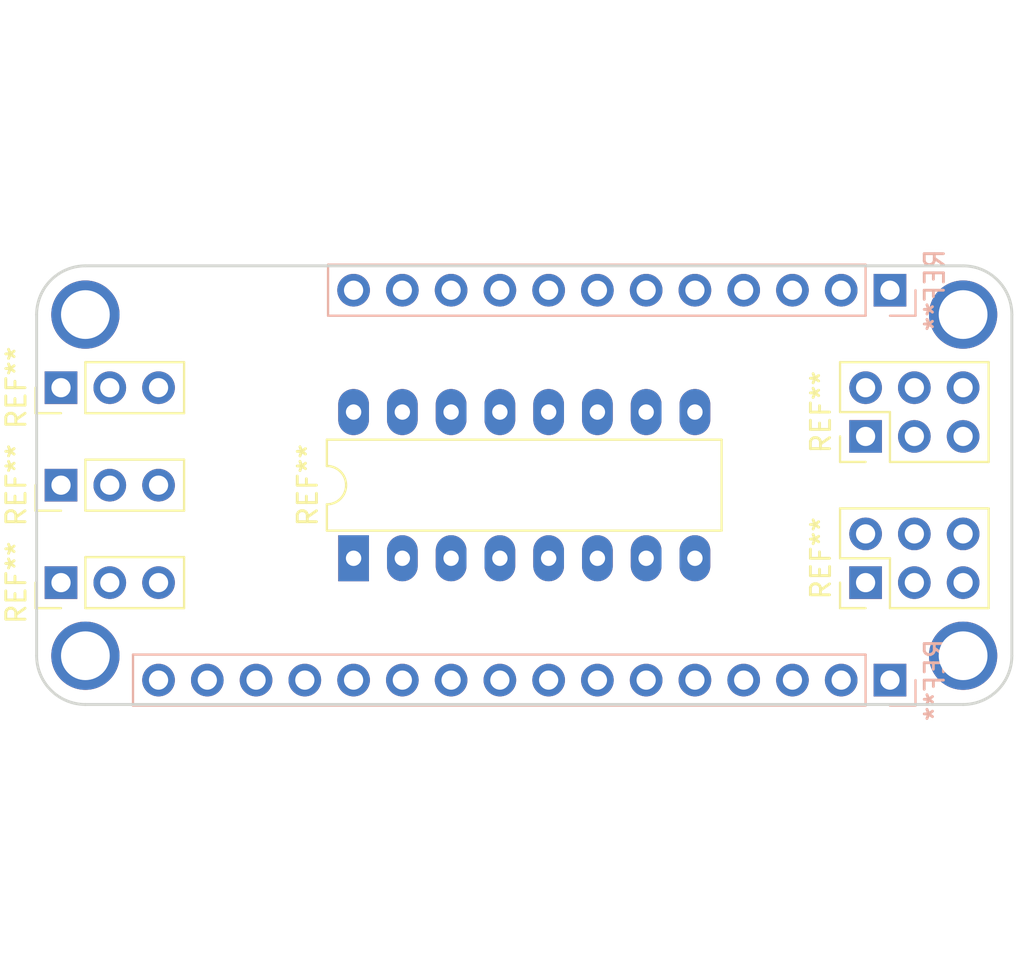
<source format=kicad_pcb>
(kicad_pcb (version 4) (host pcbnew 4.0.6)

  (general
    (links 0)
    (no_connects 0)
    (area 115.494999 78.664999 166.445001 101.675001)
    (thickness 1.6)
    (drawings 8)
    (tracks 0)
    (zones 0)
    (modules 9)
    (nets 1)
  )

  (page A4)
  (layers
    (0 F.Cu power)
    (31 B.Cu power)
    (32 B.Adhes user)
    (33 F.Adhes user)
    (34 B.Paste user)
    (35 F.Paste user)
    (36 B.SilkS user)
    (37 F.SilkS user)
    (38 B.Mask user)
    (39 F.Mask user)
    (40 Dwgs.User user)
    (41 Cmts.User user)
    (42 Eco1.User user)
    (43 Eco2.User user)
    (44 Edge.Cuts user)
    (45 Margin user)
    (46 B.CrtYd user)
    (47 F.CrtYd user)
    (48 B.Fab user)
    (49 F.Fab user)
  )

  (setup
    (last_trace_width 0.25)
    (trace_clearance 0.2)
    (zone_clearance 0.508)
    (zone_45_only no)
    (trace_min 0.2)
    (segment_width 0.2)
    (edge_width 0.15)
    (via_size 0.6)
    (via_drill 0.4)
    (via_min_size 0.4)
    (via_min_drill 0.3)
    (uvia_size 0.3)
    (uvia_drill 0.1)
    (uvias_allowed no)
    (uvia_min_size 0.2)
    (uvia_min_drill 0.1)
    (pcb_text_width 0.3)
    (pcb_text_size 1.5 1.5)
    (mod_edge_width 0.15)
    (mod_text_size 1 1)
    (mod_text_width 0.15)
    (pad_size 1.524 1.524)
    (pad_drill 0.762)
    (pad_to_mask_clearance 0.2)
    (aux_axis_origin 0 0)
    (visible_elements FFFFF75F)
    (pcbplotparams
      (layerselection 0x00030_80000001)
      (usegerberextensions false)
      (excludeedgelayer true)
      (linewidth 0.100000)
      (plotframeref false)
      (viasonmask false)
      (mode 1)
      (useauxorigin false)
      (hpglpennumber 1)
      (hpglpenspeed 20)
      (hpglpendiameter 15)
      (hpglpenoverlay 2)
      (psnegative false)
      (psa4output false)
      (plotreference true)
      (plotvalue true)
      (plotinvisibletext false)
      (padsonsilk false)
      (subtractmaskfromsilk false)
      (outputformat 1)
      (mirror false)
      (drillshape 1)
      (scaleselection 1)
      (outputdirectory ""))
  )

  (net 0 "")

  (net_class Default "This is the default net class."
    (clearance 0.2)
    (trace_width 0.25)
    (via_dia 0.6)
    (via_drill 0.4)
    (uvia_dia 0.3)
    (uvia_drill 0.1)
  )

  (module Adafruit_FeatherWing:PCB_FeatherWing (layer F.Cu) (tedit 58EF14C7) (tstamp 59499441)
    (at 140.97 90.17)
    (fp_text reference PCB** (at 0 1) (layer F.Fab)
      (effects (font (size 0.6 0.6) (thickness 0.1)))
    )
    (fp_text value VAL** (at 0 0 180) (layer F.Fab)
      (effects (font (size 0.6 0.5) (thickness 0.1)))
    )
    (fp_text user %R (at 17.78 8.89 180) (layer Eco1.User)
      (effects (font (size 0.3 0.3) (thickness 0.03)))
    )
    (fp_arc (start -22.86 -8.89) (end -25.4 -8.89) (angle 90) (layer Dwgs.User) (width 0.05))
    (fp_arc (start -22.86 8.89) (end -22.86 11.43) (angle 90) (layer Dwgs.User) (width 0.05))
    (fp_arc (start 22.86 8.89) (end 22.86 11.43) (angle -88.9) (layer Dwgs.User) (width 0.05))
    (fp_arc (start 22.86 -8.89) (end 22.86 -11.43) (angle 90) (layer Dwgs.User) (width 0.05))
    (fp_line (start -25.4 -8.89) (end -25.4 8.89) (layer Dwgs.User) (width 0.05))
    (fp_line (start -22.86 11.43) (end 22.86 11.43) (layer Dwgs.User) (width 0.05))
    (fp_line (start 25.4 8.89) (end 25.4 -8.89) (layer Dwgs.User) (width 0.05))
    (fp_line (start 22.86 -11.43) (end -22.86 -11.43) (layer Dwgs.User) (width 0.05))
    (fp_circle (center 19.05 10.16) (end 19.558 10.16) (layer Cmts.User) (width 0.05))
    (fp_line (start 18.542 10.668) (end 19.558 9.652) (layer Cmts.User) (width 0.05))
    (fp_line (start 18.542 9.652) (end 19.558 10.668) (layer Cmts.User) (width 0.05))
    (fp_text user 1 (at 19.05 10.922) (layer Cmts.User)
      (effects (font (size 0.3 0.25) (thickness 0.03)))
    )
    (fp_line (start 16.002 9.652) (end 17.018 10.668) (layer Cmts.User) (width 0.05))
    (fp_line (start 13.462 9.652) (end 14.478 10.668) (layer Cmts.User) (width 0.05))
    (fp_line (start 10.922 9.652) (end 11.938 10.668) (layer Cmts.User) (width 0.05))
    (fp_line (start 8.382 9.652) (end 9.398 10.668) (layer Cmts.User) (width 0.05))
    (fp_line (start 5.842 9.652) (end 6.858 10.668) (layer Cmts.User) (width 0.05))
    (fp_line (start 3.302 9.652) (end 4.318 10.668) (layer Cmts.User) (width 0.05))
    (fp_line (start 0.762 9.652) (end 1.778 10.668) (layer Cmts.User) (width 0.05))
    (fp_line (start -1.778 9.652) (end -0.762 10.668) (layer Cmts.User) (width 0.05))
    (fp_line (start -4.318 9.652) (end -3.302 10.668) (layer Cmts.User) (width 0.05))
    (fp_line (start -6.858 9.652) (end -5.842 10.668) (layer Cmts.User) (width 0.05))
    (fp_line (start -9.398 9.652) (end -8.382 10.668) (layer Cmts.User) (width 0.05))
    (fp_line (start -11.938 9.652) (end -10.922 10.668) (layer Cmts.User) (width 0.05))
    (fp_line (start -14.478 9.652) (end -13.462 10.668) (layer Cmts.User) (width 0.05))
    (fp_line (start -17.018 9.652) (end -16.002 10.668) (layer Cmts.User) (width 0.05))
    (fp_line (start -19.558 9.652) (end -18.542 10.668) (layer Cmts.User) (width 0.05))
    (fp_line (start 18.542 -10.668) (end 19.558 -9.652) (layer Cmts.User) (width 0.05))
    (fp_line (start 16.002 -10.668) (end 17.018 -9.652) (layer Cmts.User) (width 0.05))
    (fp_line (start 13.462 -10.668) (end 14.478 -9.652) (layer Cmts.User) (width 0.05))
    (fp_line (start 10.922 -10.668) (end 11.938 -9.652) (layer Cmts.User) (width 0.05))
    (fp_line (start 8.382 -10.668) (end 9.398 -9.652) (layer Cmts.User) (width 0.05))
    (fp_line (start 5.842 -10.668) (end 6.858 -9.652) (layer Cmts.User) (width 0.05))
    (fp_line (start 3.302 -10.668) (end 4.318 -9.652) (layer Cmts.User) (width 0.05))
    (fp_line (start 0.762 -10.668) (end 1.778 -9.652) (layer Cmts.User) (width 0.05))
    (fp_line (start -1.778 -10.668) (end -0.762 -9.652) (layer Cmts.User) (width 0.05))
    (fp_line (start -4.318 -10.668) (end -3.302 -9.652) (layer Cmts.User) (width 0.05))
    (fp_line (start -6.858 -10.668) (end -5.842 -9.652) (layer Cmts.User) (width 0.05))
    (fp_line (start -9.398 -10.668) (end -8.382 -9.652) (layer Cmts.User) (width 0.05))
    (fp_line (start 16.002 10.668) (end 17.018 9.652) (layer Cmts.User) (width 0.05))
    (fp_line (start 13.462 10.668) (end 14.478 9.652) (layer Cmts.User) (width 0.05))
    (fp_line (start 10.922 10.668) (end 11.938 9.652) (layer Cmts.User) (width 0.05))
    (fp_line (start 8.382 10.668) (end 9.398 9.652) (layer Cmts.User) (width 0.05))
    (fp_line (start 5.842 10.668) (end 6.858 9.652) (layer Cmts.User) (width 0.05))
    (fp_line (start 3.302 10.668) (end 4.318 9.652) (layer Cmts.User) (width 0.05))
    (fp_line (start 0.762 10.668) (end 1.778 9.652) (layer Cmts.User) (width 0.05))
    (fp_line (start -1.778 10.668) (end -0.762 9.652) (layer Cmts.User) (width 0.05))
    (fp_line (start -4.318 10.668) (end -3.302 9.652) (layer Cmts.User) (width 0.05))
    (fp_line (start -6.858 10.668) (end -5.842 9.652) (layer Cmts.User) (width 0.05))
    (fp_line (start -9.398 10.668) (end -8.382 9.652) (layer Cmts.User) (width 0.05))
    (fp_line (start -11.938 10.668) (end -10.922 9.652) (layer Cmts.User) (width 0.05))
    (fp_line (start -14.478 10.668) (end -13.462 9.652) (layer Cmts.User) (width 0.05))
    (fp_line (start -17.018 10.668) (end -16.002 9.652) (layer Cmts.User) (width 0.05))
    (fp_line (start -19.558 10.668) (end -18.542 9.652) (layer Cmts.User) (width 0.05))
    (fp_line (start 18.542 -9.652) (end 19.558 -10.668) (layer Cmts.User) (width 0.05))
    (fp_line (start 16.002 -9.652) (end 17.018 -10.668) (layer Cmts.User) (width 0.05))
    (fp_line (start 13.462 -9.652) (end 14.478 -10.668) (layer Cmts.User) (width 0.05))
    (fp_line (start 10.922 -9.652) (end 11.938 -10.668) (layer Cmts.User) (width 0.05))
    (fp_line (start 8.382 -9.652) (end 9.398 -10.668) (layer Cmts.User) (width 0.05))
    (fp_line (start 5.842 -9.652) (end 6.858 -10.668) (layer Cmts.User) (width 0.05))
    (fp_line (start 3.302 -9.652) (end 4.318 -10.668) (layer Cmts.User) (width 0.05))
    (fp_line (start 0.762 -9.652) (end 1.778 -10.668) (layer Cmts.User) (width 0.05))
    (fp_line (start -1.778 -9.652) (end -0.762 -10.668) (layer Cmts.User) (width 0.05))
    (fp_line (start -4.318 -9.652) (end -3.302 -10.668) (layer Cmts.User) (width 0.05))
    (fp_line (start -6.858 -9.652) (end -5.842 -10.668) (layer Cmts.User) (width 0.05))
    (fp_line (start -9.398 -9.652) (end -8.382 -10.668) (layer Cmts.User) (width 0.05))
    (fp_circle (center 16.51 10.16) (end 17.018 10.16) (layer Cmts.User) (width 0.05))
    (fp_circle (center 13.97 10.16) (end 14.478 10.16) (layer Cmts.User) (width 0.05))
    (fp_circle (center 11.43 10.16) (end 11.938 10.16) (layer Cmts.User) (width 0.05))
    (fp_circle (center 8.89 10.16) (end 9.398 10.16) (layer Cmts.User) (width 0.05))
    (fp_circle (center 6.35 10.16) (end 6.858 10.16) (layer Cmts.User) (width 0.05))
    (fp_circle (center 3.81 10.16) (end 4.318 10.16) (layer Cmts.User) (width 0.05))
    (fp_circle (center 1.27 10.16) (end 1.778 10.16) (layer Cmts.User) (width 0.05))
    (fp_circle (center -1.27 10.16) (end -0.762 10.16) (layer Cmts.User) (width 0.05))
    (fp_circle (center -3.81 10.16) (end -3.302 10.16) (layer Cmts.User) (width 0.05))
    (fp_circle (center -6.35 10.16) (end -5.842 10.16) (layer Cmts.User) (width 0.05))
    (fp_circle (center -8.89 10.16) (end -8.382 10.16) (layer Cmts.User) (width 0.05))
    (fp_circle (center -11.43 10.16) (end -10.922 10.16) (layer Cmts.User) (width 0.05))
    (fp_circle (center -13.97 10.16) (end -13.462 10.16) (layer Cmts.User) (width 0.05))
    (fp_circle (center -16.51 10.16) (end -16.002 10.16) (layer Cmts.User) (width 0.05))
    (fp_circle (center -19.05 10.16) (end -18.542 10.16) (layer Cmts.User) (width 0.05))
    (fp_circle (center 19.05 -10.16) (end 19.558 -10.16) (layer Cmts.User) (width 0.05))
    (fp_circle (center 16.51 -10.16) (end 17.018 -10.16) (layer Cmts.User) (width 0.05))
    (fp_circle (center 13.97 -10.16) (end 14.478 -10.16) (layer Cmts.User) (width 0.05))
    (fp_circle (center 11.43 -10.16) (end 11.938 -10.16) (layer Cmts.User) (width 0.05))
    (fp_circle (center 8.89 -10.16) (end 9.398 -10.16) (layer Cmts.User) (width 0.05))
    (fp_circle (center 6.35 -10.16) (end 6.858 -10.16) (layer Cmts.User) (width 0.05))
    (fp_circle (center 3.81 -10.16) (end 4.318 -10.16) (layer Cmts.User) (width 0.05))
    (fp_circle (center 1.27 -10.16) (end 1.778 -10.16) (layer Cmts.User) (width 0.05))
    (fp_circle (center -1.27 -10.16) (end -0.762 -10.16) (layer Cmts.User) (width 0.05))
    (fp_circle (center -3.81 -10.16) (end -3.302 -10.16) (layer Cmts.User) (width 0.05))
    (fp_circle (center -6.35 -10.16) (end -5.842 -10.16) (layer Cmts.User) (width 0.05))
    (fp_circle (center -8.89 -10.16) (end -8.382 -10.16) (layer Cmts.User) (width 0.05))
    (fp_text user 2 (at 16.51 10.922) (layer Cmts.User)
      (effects (font (size 0.3 0.25) (thickness 0.03)))
    )
    (fp_text user 3 (at 13.97 10.922) (layer Cmts.User)
      (effects (font (size 0.3 0.25) (thickness 0.03)))
    )
    (fp_text user 4 (at 11.43 10.922) (layer Cmts.User)
      (effects (font (size 0.3 0.25) (thickness 0.03)))
    )
    (fp_text user 5 (at 8.89 10.922) (layer Cmts.User)
      (effects (font (size 0.3 0.25) (thickness 0.03)))
    )
    (fp_text user 6 (at 6.35 10.922) (layer Cmts.User)
      (effects (font (size 0.3 0.25) (thickness 0.03)))
    )
    (fp_text user 7 (at 3.81 10.922) (layer Cmts.User)
      (effects (font (size 0.3 0.25) (thickness 0.03)))
    )
    (fp_text user 8 (at 1.27 10.922) (layer Cmts.User)
      (effects (font (size 0.3 0.25) (thickness 0.03)))
    )
    (fp_text user 9 (at -1.27 10.922) (layer Cmts.User)
      (effects (font (size 0.3 0.25) (thickness 0.03)))
    )
    (fp_text user 10 (at -3.81 10.922) (layer Cmts.User)
      (effects (font (size 0.3 0.25) (thickness 0.03)))
    )
    (fp_text user 11 (at -6.35 10.922) (layer Cmts.User)
      (effects (font (size 0.3 0.25) (thickness 0.03)))
    )
    (fp_text user 12 (at -8.89 10.922) (layer Cmts.User)
      (effects (font (size 0.3 0.25) (thickness 0.03)))
    )
    (fp_text user 13 (at -11.43 10.922) (layer Cmts.User)
      (effects (font (size 0.3 0.25) (thickness 0.03)))
    )
    (fp_text user 14 (at -13.97 10.922) (layer Cmts.User)
      (effects (font (size 0.3 0.25) (thickness 0.03)))
    )
    (fp_text user 15 (at -16.51 10.922) (layer Cmts.User)
      (effects (font (size 0.3 0.25) (thickness 0.03)))
    )
    (fp_text user 16 (at -19.05 10.922) (layer Cmts.User)
      (effects (font (size 0.3 0.25) (thickness 0.03)))
    )
    (fp_text user 1 (at 19.05 -10.922) (layer Cmts.User)
      (effects (font (size 0.3 0.25) (thickness 0.03)))
    )
    (fp_text user 2 (at 16.51 -10.922) (layer Cmts.User)
      (effects (font (size 0.3 0.25) (thickness 0.03)))
    )
    (fp_text user 3 (at 13.97 -10.922) (layer Cmts.User)
      (effects (font (size 0.3 0.25) (thickness 0.03)))
    )
    (fp_text user 4 (at 11.43 -10.922) (layer Cmts.User)
      (effects (font (size 0.3 0.25) (thickness 0.03)))
    )
    (fp_text user 5 (at 8.89 -10.922) (layer Cmts.User)
      (effects (font (size 0.3 0.25) (thickness 0.03)))
    )
    (fp_text user 6 (at 6.35 -10.922) (layer Cmts.User)
      (effects (font (size 0.3 0.25) (thickness 0.03)))
    )
    (fp_text user 7 (at 3.81 -10.922) (layer Cmts.User)
      (effects (font (size 0.3 0.25) (thickness 0.03)))
    )
    (fp_text user 8 (at 1.27 -10.922) (layer Cmts.User)
      (effects (font (size 0.3 0.25) (thickness 0.03)))
    )
    (fp_text user 9 (at -1.27 -10.922) (layer Cmts.User)
      (effects (font (size 0.3 0.25) (thickness 0.03)))
    )
    (fp_text user 10 (at -3.81 -10.922) (layer Cmts.User)
      (effects (font (size 0.3 0.25) (thickness 0.03)))
    )
    (fp_text user 11 (at -6.35 -10.922) (layer Cmts.User)
      (effects (font (size 0.3 0.25) (thickness 0.03)))
    )
    (fp_text user 12 (at -8.89 -10.922) (layer Cmts.User)
      (effects (font (size 0.3 0.25) (thickness 0.03)))
    )
    (pad "" np_thru_hole circle (at -22.86 -8.89) (size 3.556 3.556) (drill 2.54) (layers *.Cu *.Mask))
    (pad "" np_thru_hole circle (at 22.86 -8.89) (size 3.556 3.556) (drill 2.54) (layers *.Cu *.Mask))
    (pad "" np_thru_hole circle (at -22.86 8.89) (size 3.556 3.556) (drill 2.54) (layers *.Cu *.Mask))
    (pad "" np_thru_hole circle (at 22.86 8.89) (size 3.556 3.556) (drill 2.54) (layers *.Cu *.Mask))
  )

  (module Pin_Headers:Pin_Header_Straight_1x12_Pitch2.54mm (layer B.Cu) (tedit 58CD4EC2) (tstamp 59499738)
    (at 160.02 80.01 90)
    (descr "Through hole straight pin header, 1x12, 2.54mm pitch, single row")
    (tags "Through hole pin header THT 1x12 2.54mm single row")
    (fp_text reference REF** (at 0 2.33 90) (layer B.SilkS)
      (effects (font (size 1 1) (thickness 0.15)) (justify mirror))
    )
    (fp_text value Pin_Header_Straight_1x12_Pitch2.54mm (at 0 -30.27 90) (layer B.Fab)
      (effects (font (size 1 1) (thickness 0.15)) (justify mirror))
    )
    (fp_line (start -1.27 1.27) (end -1.27 -29.21) (layer B.Fab) (width 0.1))
    (fp_line (start -1.27 -29.21) (end 1.27 -29.21) (layer B.Fab) (width 0.1))
    (fp_line (start 1.27 -29.21) (end 1.27 1.27) (layer B.Fab) (width 0.1))
    (fp_line (start 1.27 1.27) (end -1.27 1.27) (layer B.Fab) (width 0.1))
    (fp_line (start -1.33 -1.27) (end -1.33 -29.27) (layer B.SilkS) (width 0.12))
    (fp_line (start -1.33 -29.27) (end 1.33 -29.27) (layer B.SilkS) (width 0.12))
    (fp_line (start 1.33 -29.27) (end 1.33 -1.27) (layer B.SilkS) (width 0.12))
    (fp_line (start 1.33 -1.27) (end -1.33 -1.27) (layer B.SilkS) (width 0.12))
    (fp_line (start -1.33 0) (end -1.33 1.33) (layer B.SilkS) (width 0.12))
    (fp_line (start -1.33 1.33) (end 0 1.33) (layer B.SilkS) (width 0.12))
    (fp_line (start -1.8 1.8) (end -1.8 -29.75) (layer B.CrtYd) (width 0.05))
    (fp_line (start -1.8 -29.75) (end 1.8 -29.75) (layer B.CrtYd) (width 0.05))
    (fp_line (start 1.8 -29.75) (end 1.8 1.8) (layer B.CrtYd) (width 0.05))
    (fp_line (start 1.8 1.8) (end -1.8 1.8) (layer B.CrtYd) (width 0.05))
    (fp_text user %R (at 0 2.33 90) (layer B.Fab)
      (effects (font (size 1 1) (thickness 0.15)) (justify mirror))
    )
    (pad 1 thru_hole rect (at 0 0 90) (size 1.7 1.7) (drill 1) (layers *.Cu *.Mask))
    (pad 2 thru_hole oval (at 0 -2.54 90) (size 1.7 1.7) (drill 1) (layers *.Cu *.Mask))
    (pad 3 thru_hole oval (at 0 -5.08 90) (size 1.7 1.7) (drill 1) (layers *.Cu *.Mask))
    (pad 4 thru_hole oval (at 0 -7.62 90) (size 1.7 1.7) (drill 1) (layers *.Cu *.Mask))
    (pad 5 thru_hole oval (at 0 -10.16 90) (size 1.7 1.7) (drill 1) (layers *.Cu *.Mask))
    (pad 6 thru_hole oval (at 0 -12.7 90) (size 1.7 1.7) (drill 1) (layers *.Cu *.Mask))
    (pad 7 thru_hole oval (at 0 -15.24 90) (size 1.7 1.7) (drill 1) (layers *.Cu *.Mask))
    (pad 8 thru_hole oval (at 0 -17.78 90) (size 1.7 1.7) (drill 1) (layers *.Cu *.Mask))
    (pad 9 thru_hole oval (at 0 -20.32 90) (size 1.7 1.7) (drill 1) (layers *.Cu *.Mask))
    (pad 10 thru_hole oval (at 0 -22.86 90) (size 1.7 1.7) (drill 1) (layers *.Cu *.Mask))
    (pad 11 thru_hole oval (at 0 -25.4 90) (size 1.7 1.7) (drill 1) (layers *.Cu *.Mask))
    (pad 12 thru_hole oval (at 0 -27.94 90) (size 1.7 1.7) (drill 1) (layers *.Cu *.Mask))
    (model ${KISYS3DMOD}/Pin_Headers.3dshapes/Pin_Header_Straight_1x12_Pitch2.54mm.wrl
      (at (xyz 0 -0.55 0))
      (scale (xyz 1 1 1))
      (rotate (xyz 0 0 90))
    )
  )

  (module Pin_Headers:Pin_Header_Straight_1x16_Pitch2.54mm (layer B.Cu) (tedit 58CD4EC2) (tstamp 59499780)
    (at 160.02 100.33 90)
    (descr "Through hole straight pin header, 1x16, 2.54mm pitch, single row")
    (tags "Through hole pin header THT 1x16 2.54mm single row")
    (fp_text reference REF** (at 0 2.33 90) (layer B.SilkS)
      (effects (font (size 1 1) (thickness 0.15)) (justify mirror))
    )
    (fp_text value Pin_Header_Straight_1x16_Pitch2.54mm (at 0 -40.43 90) (layer B.Fab)
      (effects (font (size 1 1) (thickness 0.15)) (justify mirror))
    )
    (fp_line (start -1.27 1.27) (end -1.27 -39.37) (layer B.Fab) (width 0.1))
    (fp_line (start -1.27 -39.37) (end 1.27 -39.37) (layer B.Fab) (width 0.1))
    (fp_line (start 1.27 -39.37) (end 1.27 1.27) (layer B.Fab) (width 0.1))
    (fp_line (start 1.27 1.27) (end -1.27 1.27) (layer B.Fab) (width 0.1))
    (fp_line (start -1.33 -1.27) (end -1.33 -39.43) (layer B.SilkS) (width 0.12))
    (fp_line (start -1.33 -39.43) (end 1.33 -39.43) (layer B.SilkS) (width 0.12))
    (fp_line (start 1.33 -39.43) (end 1.33 -1.27) (layer B.SilkS) (width 0.12))
    (fp_line (start 1.33 -1.27) (end -1.33 -1.27) (layer B.SilkS) (width 0.12))
    (fp_line (start -1.33 0) (end -1.33 1.33) (layer B.SilkS) (width 0.12))
    (fp_line (start -1.33 1.33) (end 0 1.33) (layer B.SilkS) (width 0.12))
    (fp_line (start -1.8 1.8) (end -1.8 -39.9) (layer B.CrtYd) (width 0.05))
    (fp_line (start -1.8 -39.9) (end 1.8 -39.9) (layer B.CrtYd) (width 0.05))
    (fp_line (start 1.8 -39.9) (end 1.8 1.8) (layer B.CrtYd) (width 0.05))
    (fp_line (start 1.8 1.8) (end -1.8 1.8) (layer B.CrtYd) (width 0.05))
    (fp_text user %R (at 0 2.33 90) (layer B.Fab)
      (effects (font (size 1 1) (thickness 0.15)) (justify mirror))
    )
    (pad 1 thru_hole rect (at 0 0 90) (size 1.7 1.7) (drill 1) (layers *.Cu *.Mask))
    (pad 2 thru_hole oval (at 0 -2.54 90) (size 1.7 1.7) (drill 1) (layers *.Cu *.Mask))
    (pad 3 thru_hole oval (at 0 -5.08 90) (size 1.7 1.7) (drill 1) (layers *.Cu *.Mask))
    (pad 4 thru_hole oval (at 0 -7.62 90) (size 1.7 1.7) (drill 1) (layers *.Cu *.Mask))
    (pad 5 thru_hole oval (at 0 -10.16 90) (size 1.7 1.7) (drill 1) (layers *.Cu *.Mask))
    (pad 6 thru_hole oval (at 0 -12.7 90) (size 1.7 1.7) (drill 1) (layers *.Cu *.Mask))
    (pad 7 thru_hole oval (at 0 -15.24 90) (size 1.7 1.7) (drill 1) (layers *.Cu *.Mask))
    (pad 8 thru_hole oval (at 0 -17.78 90) (size 1.7 1.7) (drill 1) (layers *.Cu *.Mask))
    (pad 9 thru_hole oval (at 0 -20.32 90) (size 1.7 1.7) (drill 1) (layers *.Cu *.Mask))
    (pad 10 thru_hole oval (at 0 -22.86 90) (size 1.7 1.7) (drill 1) (layers *.Cu *.Mask))
    (pad 11 thru_hole oval (at 0 -25.4 90) (size 1.7 1.7) (drill 1) (layers *.Cu *.Mask))
    (pad 12 thru_hole oval (at 0 -27.94 90) (size 1.7 1.7) (drill 1) (layers *.Cu *.Mask))
    (pad 13 thru_hole oval (at 0 -30.48 90) (size 1.7 1.7) (drill 1) (layers *.Cu *.Mask))
    (pad 14 thru_hole oval (at 0 -33.02 90) (size 1.7 1.7) (drill 1) (layers *.Cu *.Mask))
    (pad 15 thru_hole oval (at 0 -35.56 90) (size 1.7 1.7) (drill 1) (layers *.Cu *.Mask))
    (pad 16 thru_hole oval (at 0 -38.1 90) (size 1.7 1.7) (drill 1) (layers *.Cu *.Mask))
    (model ${KISYS3DMOD}/Pin_Headers.3dshapes/Pin_Header_Straight_1x16_Pitch2.54mm.wrl
      (at (xyz 0 -0.75 0))
      (scale (xyz 1 1 1))
      (rotate (xyz 0 0 90))
    )
  )

  (module Socket_Strips:Socket_Strip_Straight_1x03_Pitch2.54mm (layer F.Cu) (tedit 58CD5446) (tstamp 59499B1E)
    (at 116.84 85.09 90)
    (descr "Through hole straight socket strip, 1x03, 2.54mm pitch, single row")
    (tags "Through hole socket strip THT 1x03 2.54mm single row")
    (fp_text reference REF** (at 0 -2.33 90) (layer F.SilkS)
      (effects (font (size 1 1) (thickness 0.15)))
    )
    (fp_text value Socket_Strip_Straight_1x03_Pitch2.54mm (at 0 7.41 90) (layer F.Fab)
      (effects (font (size 1 1) (thickness 0.15)))
    )
    (fp_line (start -1.27 -1.27) (end -1.27 6.35) (layer F.Fab) (width 0.1))
    (fp_line (start -1.27 6.35) (end 1.27 6.35) (layer F.Fab) (width 0.1))
    (fp_line (start 1.27 6.35) (end 1.27 -1.27) (layer F.Fab) (width 0.1))
    (fp_line (start 1.27 -1.27) (end -1.27 -1.27) (layer F.Fab) (width 0.1))
    (fp_line (start -1.33 1.27) (end -1.33 6.41) (layer F.SilkS) (width 0.12))
    (fp_line (start -1.33 6.41) (end 1.33 6.41) (layer F.SilkS) (width 0.12))
    (fp_line (start 1.33 6.41) (end 1.33 1.27) (layer F.SilkS) (width 0.12))
    (fp_line (start 1.33 1.27) (end -1.33 1.27) (layer F.SilkS) (width 0.12))
    (fp_line (start -1.33 0) (end -1.33 -1.33) (layer F.SilkS) (width 0.12))
    (fp_line (start -1.33 -1.33) (end 0 -1.33) (layer F.SilkS) (width 0.12))
    (fp_line (start -1.8 -1.8) (end -1.8 6.85) (layer F.CrtYd) (width 0.05))
    (fp_line (start -1.8 6.85) (end 1.8 6.85) (layer F.CrtYd) (width 0.05))
    (fp_line (start 1.8 6.85) (end 1.8 -1.8) (layer F.CrtYd) (width 0.05))
    (fp_line (start 1.8 -1.8) (end -1.8 -1.8) (layer F.CrtYd) (width 0.05))
    (fp_text user %R (at 0 -2.33 90) (layer F.Fab)
      (effects (font (size 1 1) (thickness 0.15)))
    )
    (pad 1 thru_hole rect (at 0 0 90) (size 1.7 1.7) (drill 1) (layers *.Cu *.Mask))
    (pad 2 thru_hole oval (at 0 2.54 90) (size 1.7 1.7) (drill 1) (layers *.Cu *.Mask))
    (pad 3 thru_hole oval (at 0 5.08 90) (size 1.7 1.7) (drill 1) (layers *.Cu *.Mask))
    (model ${KISYS3DMOD}/Socket_Strips.3dshapes/Socket_Strip_Straight_1x03_Pitch2.54mm.wrl
      (at (xyz 0 -0.1 0))
      (scale (xyz 1 1 1))
      (rotate (xyz 0 0 270))
    )
  )

  (module Socket_Strips:Socket_Strip_Straight_1x03_Pitch2.54mm (layer F.Cu) (tedit 58CD5446) (tstamp 59499B34)
    (at 116.84 90.17 90)
    (descr "Through hole straight socket strip, 1x03, 2.54mm pitch, single row")
    (tags "Through hole socket strip THT 1x03 2.54mm single row")
    (fp_text reference REF** (at 0 -2.33 90) (layer F.SilkS)
      (effects (font (size 1 1) (thickness 0.15)))
    )
    (fp_text value Socket_Strip_Straight_1x03_Pitch2.54mm (at 0 7.41 90) (layer F.Fab)
      (effects (font (size 1 1) (thickness 0.15)))
    )
    (fp_line (start -1.27 -1.27) (end -1.27 6.35) (layer F.Fab) (width 0.1))
    (fp_line (start -1.27 6.35) (end 1.27 6.35) (layer F.Fab) (width 0.1))
    (fp_line (start 1.27 6.35) (end 1.27 -1.27) (layer F.Fab) (width 0.1))
    (fp_line (start 1.27 -1.27) (end -1.27 -1.27) (layer F.Fab) (width 0.1))
    (fp_line (start -1.33 1.27) (end -1.33 6.41) (layer F.SilkS) (width 0.12))
    (fp_line (start -1.33 6.41) (end 1.33 6.41) (layer F.SilkS) (width 0.12))
    (fp_line (start 1.33 6.41) (end 1.33 1.27) (layer F.SilkS) (width 0.12))
    (fp_line (start 1.33 1.27) (end -1.33 1.27) (layer F.SilkS) (width 0.12))
    (fp_line (start -1.33 0) (end -1.33 -1.33) (layer F.SilkS) (width 0.12))
    (fp_line (start -1.33 -1.33) (end 0 -1.33) (layer F.SilkS) (width 0.12))
    (fp_line (start -1.8 -1.8) (end -1.8 6.85) (layer F.CrtYd) (width 0.05))
    (fp_line (start -1.8 6.85) (end 1.8 6.85) (layer F.CrtYd) (width 0.05))
    (fp_line (start 1.8 6.85) (end 1.8 -1.8) (layer F.CrtYd) (width 0.05))
    (fp_line (start 1.8 -1.8) (end -1.8 -1.8) (layer F.CrtYd) (width 0.05))
    (fp_text user %R (at 0 -2.33 90) (layer F.Fab)
      (effects (font (size 1 1) (thickness 0.15)))
    )
    (pad 1 thru_hole rect (at 0 0 90) (size 1.7 1.7) (drill 1) (layers *.Cu *.Mask))
    (pad 2 thru_hole oval (at 0 2.54 90) (size 1.7 1.7) (drill 1) (layers *.Cu *.Mask))
    (pad 3 thru_hole oval (at 0 5.08 90) (size 1.7 1.7) (drill 1) (layers *.Cu *.Mask))
    (model ${KISYS3DMOD}/Socket_Strips.3dshapes/Socket_Strip_Straight_1x03_Pitch2.54mm.wrl
      (at (xyz 0 -0.1 0))
      (scale (xyz 1 1 1))
      (rotate (xyz 0 0 270))
    )
  )

  (module Socket_Strips:Socket_Strip_Straight_1x03_Pitch2.54mm (layer F.Cu) (tedit 58CD5446) (tstamp 59499C85)
    (at 116.84 95.25 90)
    (descr "Through hole straight socket strip, 1x03, 2.54mm pitch, single row")
    (tags "Through hole socket strip THT 1x03 2.54mm single row")
    (fp_text reference REF** (at 0 -2.33 90) (layer F.SilkS)
      (effects (font (size 1 1) (thickness 0.15)))
    )
    (fp_text value Socket_Strip_Straight_1x03_Pitch2.54mm (at 0 7.41 90) (layer F.Fab)
      (effects (font (size 1 1) (thickness 0.15)))
    )
    (fp_line (start -1.27 -1.27) (end -1.27 6.35) (layer F.Fab) (width 0.1))
    (fp_line (start -1.27 6.35) (end 1.27 6.35) (layer F.Fab) (width 0.1))
    (fp_line (start 1.27 6.35) (end 1.27 -1.27) (layer F.Fab) (width 0.1))
    (fp_line (start 1.27 -1.27) (end -1.27 -1.27) (layer F.Fab) (width 0.1))
    (fp_line (start -1.33 1.27) (end -1.33 6.41) (layer F.SilkS) (width 0.12))
    (fp_line (start -1.33 6.41) (end 1.33 6.41) (layer F.SilkS) (width 0.12))
    (fp_line (start 1.33 6.41) (end 1.33 1.27) (layer F.SilkS) (width 0.12))
    (fp_line (start 1.33 1.27) (end -1.33 1.27) (layer F.SilkS) (width 0.12))
    (fp_line (start -1.33 0) (end -1.33 -1.33) (layer F.SilkS) (width 0.12))
    (fp_line (start -1.33 -1.33) (end 0 -1.33) (layer F.SilkS) (width 0.12))
    (fp_line (start -1.8 -1.8) (end -1.8 6.85) (layer F.CrtYd) (width 0.05))
    (fp_line (start -1.8 6.85) (end 1.8 6.85) (layer F.CrtYd) (width 0.05))
    (fp_line (start 1.8 6.85) (end 1.8 -1.8) (layer F.CrtYd) (width 0.05))
    (fp_line (start 1.8 -1.8) (end -1.8 -1.8) (layer F.CrtYd) (width 0.05))
    (fp_text user %R (at 0 -2.33 90) (layer F.Fab)
      (effects (font (size 1 1) (thickness 0.15)))
    )
    (pad 1 thru_hole rect (at 0 0 90) (size 1.7 1.7) (drill 1) (layers *.Cu *.Mask))
    (pad 2 thru_hole oval (at 0 2.54 90) (size 1.7 1.7) (drill 1) (layers *.Cu *.Mask))
    (pad 3 thru_hole oval (at 0 5.08 90) (size 1.7 1.7) (drill 1) (layers *.Cu *.Mask))
    (model ${KISYS3DMOD}/Socket_Strips.3dshapes/Socket_Strip_Straight_1x03_Pitch2.54mm.wrl
      (at (xyz 0 -0.1 0))
      (scale (xyz 1 1 1))
      (rotate (xyz 0 0 270))
    )
  )

  (module Housings_DIP:DIP-16_W7.62mm_LongPads (layer F.Cu) (tedit 58CC8E2D) (tstamp 5949A5C1)
    (at 132.08 93.98 90)
    (descr "16-lead dip package, row spacing 7.62 mm (300 mils), LongPads")
    (tags "DIL DIP PDIP 2.54mm 7.62mm 300mil LongPads")
    (fp_text reference REF** (at 3.81 -2.39 90) (layer F.SilkS)
      (effects (font (size 1 1) (thickness 0.15)))
    )
    (fp_text value DIP-16_W7.62mm_LongPads (at 3.81 20.17 90) (layer F.Fab)
      (effects (font (size 1 1) (thickness 0.15)))
    )
    (fp_text user %R (at 3.81 8.89 90) (layer F.Fab)
      (effects (font (size 1 1) (thickness 0.15)))
    )
    (fp_line (start 1.635 -1.27) (end 6.985 -1.27) (layer F.Fab) (width 0.1))
    (fp_line (start 6.985 -1.27) (end 6.985 19.05) (layer F.Fab) (width 0.1))
    (fp_line (start 6.985 19.05) (end 0.635 19.05) (layer F.Fab) (width 0.1))
    (fp_line (start 0.635 19.05) (end 0.635 -0.27) (layer F.Fab) (width 0.1))
    (fp_line (start 0.635 -0.27) (end 1.635 -1.27) (layer F.Fab) (width 0.1))
    (fp_line (start 2.81 -1.39) (end 1.44 -1.39) (layer F.SilkS) (width 0.12))
    (fp_line (start 1.44 -1.39) (end 1.44 19.17) (layer F.SilkS) (width 0.12))
    (fp_line (start 1.44 19.17) (end 6.18 19.17) (layer F.SilkS) (width 0.12))
    (fp_line (start 6.18 19.17) (end 6.18 -1.39) (layer F.SilkS) (width 0.12))
    (fp_line (start 6.18 -1.39) (end 4.81 -1.39) (layer F.SilkS) (width 0.12))
    (fp_line (start -1.5 -1.6) (end -1.5 19.3) (layer F.CrtYd) (width 0.05))
    (fp_line (start -1.5 19.3) (end 9.1 19.3) (layer F.CrtYd) (width 0.05))
    (fp_line (start 9.1 19.3) (end 9.1 -1.6) (layer F.CrtYd) (width 0.05))
    (fp_line (start 9.1 -1.6) (end -1.5 -1.6) (layer F.CrtYd) (width 0.05))
    (fp_arc (start 3.81 -1.39) (end 2.81 -1.39) (angle -180) (layer F.SilkS) (width 0.12))
    (pad 1 thru_hole rect (at 0 0 90) (size 2.4 1.6) (drill 0.8) (layers *.Cu *.Mask))
    (pad 9 thru_hole oval (at 7.62 17.78 90) (size 2.4 1.6) (drill 0.8) (layers *.Cu *.Mask))
    (pad 2 thru_hole oval (at 0 2.54 90) (size 2.4 1.6) (drill 0.8) (layers *.Cu *.Mask))
    (pad 10 thru_hole oval (at 7.62 15.24 90) (size 2.4 1.6) (drill 0.8) (layers *.Cu *.Mask))
    (pad 3 thru_hole oval (at 0 5.08 90) (size 2.4 1.6) (drill 0.8) (layers *.Cu *.Mask))
    (pad 11 thru_hole oval (at 7.62 12.7 90) (size 2.4 1.6) (drill 0.8) (layers *.Cu *.Mask))
    (pad 4 thru_hole oval (at 0 7.62 90) (size 2.4 1.6) (drill 0.8) (layers *.Cu *.Mask))
    (pad 12 thru_hole oval (at 7.62 10.16 90) (size 2.4 1.6) (drill 0.8) (layers *.Cu *.Mask))
    (pad 5 thru_hole oval (at 0 10.16 90) (size 2.4 1.6) (drill 0.8) (layers *.Cu *.Mask))
    (pad 13 thru_hole oval (at 7.62 7.62 90) (size 2.4 1.6) (drill 0.8) (layers *.Cu *.Mask))
    (pad 6 thru_hole oval (at 0 12.7 90) (size 2.4 1.6) (drill 0.8) (layers *.Cu *.Mask))
    (pad 14 thru_hole oval (at 7.62 5.08 90) (size 2.4 1.6) (drill 0.8) (layers *.Cu *.Mask))
    (pad 7 thru_hole oval (at 0 15.24 90) (size 2.4 1.6) (drill 0.8) (layers *.Cu *.Mask))
    (pad 15 thru_hole oval (at 7.62 2.54 90) (size 2.4 1.6) (drill 0.8) (layers *.Cu *.Mask))
    (pad 8 thru_hole oval (at 0 17.78 90) (size 2.4 1.6) (drill 0.8) (layers *.Cu *.Mask))
    (pad 16 thru_hole oval (at 7.62 0 90) (size 2.4 1.6) (drill 0.8) (layers *.Cu *.Mask))
    (model ${KISYS3DMOD}/Housings_DIP.3dshapes/DIP-16_W7.62mm_LongPads.wrl
      (at (xyz 0 0 0))
      (scale (xyz 1 1 1))
      (rotate (xyz 0 0 0))
    )
  )

  (module Pin_Headers:Pin_Header_Straight_2x03_Pitch2.54mm (layer F.Cu) (tedit 58CD4EC5) (tstamp 5949A72D)
    (at 158.75 95.25 90)
    (descr "Through hole straight pin header, 2x03, 2.54mm pitch, double rows")
    (tags "Through hole pin header THT 2x03 2.54mm double row")
    (fp_text reference REF** (at 1.27 -2.33 90) (layer F.SilkS)
      (effects (font (size 1 1) (thickness 0.15)))
    )
    (fp_text value Pin_Header_Straight_2x03_Pitch2.54mm (at 1.27 7.41 90) (layer F.Fab)
      (effects (font (size 1 1) (thickness 0.15)))
    )
    (fp_line (start -1.27 -1.27) (end -1.27 6.35) (layer F.Fab) (width 0.1))
    (fp_line (start -1.27 6.35) (end 3.81 6.35) (layer F.Fab) (width 0.1))
    (fp_line (start 3.81 6.35) (end 3.81 -1.27) (layer F.Fab) (width 0.1))
    (fp_line (start 3.81 -1.27) (end -1.27 -1.27) (layer F.Fab) (width 0.1))
    (fp_line (start -1.33 1.27) (end -1.33 6.41) (layer F.SilkS) (width 0.12))
    (fp_line (start -1.33 6.41) (end 3.87 6.41) (layer F.SilkS) (width 0.12))
    (fp_line (start 3.87 6.41) (end 3.87 -1.33) (layer F.SilkS) (width 0.12))
    (fp_line (start 3.87 -1.33) (end 1.27 -1.33) (layer F.SilkS) (width 0.12))
    (fp_line (start 1.27 -1.33) (end 1.27 1.27) (layer F.SilkS) (width 0.12))
    (fp_line (start 1.27 1.27) (end -1.33 1.27) (layer F.SilkS) (width 0.12))
    (fp_line (start -1.33 0) (end -1.33 -1.33) (layer F.SilkS) (width 0.12))
    (fp_line (start -1.33 -1.33) (end 0 -1.33) (layer F.SilkS) (width 0.12))
    (fp_line (start -1.8 -1.8) (end -1.8 6.85) (layer F.CrtYd) (width 0.05))
    (fp_line (start -1.8 6.85) (end 4.35 6.85) (layer F.CrtYd) (width 0.05))
    (fp_line (start 4.35 6.85) (end 4.35 -1.8) (layer F.CrtYd) (width 0.05))
    (fp_line (start 4.35 -1.8) (end -1.8 -1.8) (layer F.CrtYd) (width 0.05))
    (fp_text user %R (at 1.27 -2.33 90) (layer F.Fab)
      (effects (font (size 1 1) (thickness 0.15)))
    )
    (pad 1 thru_hole rect (at 0 0 90) (size 1.7 1.7) (drill 1) (layers *.Cu *.Mask))
    (pad 2 thru_hole oval (at 2.54 0 90) (size 1.7 1.7) (drill 1) (layers *.Cu *.Mask))
    (pad 3 thru_hole oval (at 0 2.54 90) (size 1.7 1.7) (drill 1) (layers *.Cu *.Mask))
    (pad 4 thru_hole oval (at 2.54 2.54 90) (size 1.7 1.7) (drill 1) (layers *.Cu *.Mask))
    (pad 5 thru_hole oval (at 0 5.08 90) (size 1.7 1.7) (drill 1) (layers *.Cu *.Mask))
    (pad 6 thru_hole oval (at 2.54 5.08 90) (size 1.7 1.7) (drill 1) (layers *.Cu *.Mask))
    (model ${KISYS3DMOD}/Pin_Headers.3dshapes/Pin_Header_Straight_2x03_Pitch2.54mm.wrl
      (at (xyz 0.05 -0.1 0))
      (scale (xyz 1 1 1))
      (rotate (xyz 0 0 90))
    )
  )

  (module Pin_Headers:Pin_Header_Straight_2x03_Pitch2.54mm (layer F.Cu) (tedit 58CD4EC5) (tstamp 5949A748)
    (at 158.75 87.63 90)
    (descr "Through hole straight pin header, 2x03, 2.54mm pitch, double rows")
    (tags "Through hole pin header THT 2x03 2.54mm double row")
    (fp_text reference REF** (at 1.27 -2.33 90) (layer F.SilkS)
      (effects (font (size 1 1) (thickness 0.15)))
    )
    (fp_text value Pin_Header_Straight_2x03_Pitch2.54mm (at 1.27 7.41 90) (layer F.Fab)
      (effects (font (size 1 1) (thickness 0.15)))
    )
    (fp_line (start -1.27 -1.27) (end -1.27 6.35) (layer F.Fab) (width 0.1))
    (fp_line (start -1.27 6.35) (end 3.81 6.35) (layer F.Fab) (width 0.1))
    (fp_line (start 3.81 6.35) (end 3.81 -1.27) (layer F.Fab) (width 0.1))
    (fp_line (start 3.81 -1.27) (end -1.27 -1.27) (layer F.Fab) (width 0.1))
    (fp_line (start -1.33 1.27) (end -1.33 6.41) (layer F.SilkS) (width 0.12))
    (fp_line (start -1.33 6.41) (end 3.87 6.41) (layer F.SilkS) (width 0.12))
    (fp_line (start 3.87 6.41) (end 3.87 -1.33) (layer F.SilkS) (width 0.12))
    (fp_line (start 3.87 -1.33) (end 1.27 -1.33) (layer F.SilkS) (width 0.12))
    (fp_line (start 1.27 -1.33) (end 1.27 1.27) (layer F.SilkS) (width 0.12))
    (fp_line (start 1.27 1.27) (end -1.33 1.27) (layer F.SilkS) (width 0.12))
    (fp_line (start -1.33 0) (end -1.33 -1.33) (layer F.SilkS) (width 0.12))
    (fp_line (start -1.33 -1.33) (end 0 -1.33) (layer F.SilkS) (width 0.12))
    (fp_line (start -1.8 -1.8) (end -1.8 6.85) (layer F.CrtYd) (width 0.05))
    (fp_line (start -1.8 6.85) (end 4.35 6.85) (layer F.CrtYd) (width 0.05))
    (fp_line (start 4.35 6.85) (end 4.35 -1.8) (layer F.CrtYd) (width 0.05))
    (fp_line (start 4.35 -1.8) (end -1.8 -1.8) (layer F.CrtYd) (width 0.05))
    (fp_text user %R (at 1.27 -2.33 90) (layer F.Fab)
      (effects (font (size 1 1) (thickness 0.15)))
    )
    (pad 1 thru_hole rect (at 0 0 90) (size 1.7 1.7) (drill 1) (layers *.Cu *.Mask))
    (pad 2 thru_hole oval (at 2.54 0 90) (size 1.7 1.7) (drill 1) (layers *.Cu *.Mask))
    (pad 3 thru_hole oval (at 0 2.54 90) (size 1.7 1.7) (drill 1) (layers *.Cu *.Mask))
    (pad 4 thru_hole oval (at 2.54 2.54 90) (size 1.7 1.7) (drill 1) (layers *.Cu *.Mask))
    (pad 5 thru_hole oval (at 0 5.08 90) (size 1.7 1.7) (drill 1) (layers *.Cu *.Mask))
    (pad 6 thru_hole oval (at 2.54 5.08 90) (size 1.7 1.7) (drill 1) (layers *.Cu *.Mask))
    (model ${KISYS3DMOD}/Pin_Headers.3dshapes/Pin_Header_Straight_2x03_Pitch2.54mm.wrl
      (at (xyz 0.05 -0.1 0))
      (scale (xyz 1 1 1))
      (rotate (xyz 0 0 90))
    )
  )

  (gr_line (start 166.37 99.06) (end 166.37 81.28) (angle 90) (layer Edge.Cuts) (width 0.15))
  (gr_line (start 118.11 101.6) (end 163.83 101.6) (angle 90) (layer Edge.Cuts) (width 0.15))
  (gr_line (start 115.57 81.28) (end 115.57 99.06) (angle 90) (layer Edge.Cuts) (width 0.15))
  (gr_line (start 118.11 78.74) (end 163.83 78.74) (angle 90) (layer Edge.Cuts) (width 0.15))
  (gr_arc (start 118.11 99.06) (end 118.11 101.6) (angle 90) (layer Edge.Cuts) (width 0.15))
  (gr_arc (start 118.11 81.28) (end 115.57 81.28) (angle 90) (layer Edge.Cuts) (width 0.15))
  (gr_arc (start 163.83 81.28) (end 163.83 78.74) (angle 90) (layer Edge.Cuts) (width 0.15))
  (gr_arc (start 163.83 99.06) (end 166.37 99.06) (angle 90) (layer Edge.Cuts) (width 0.15))

)

</source>
